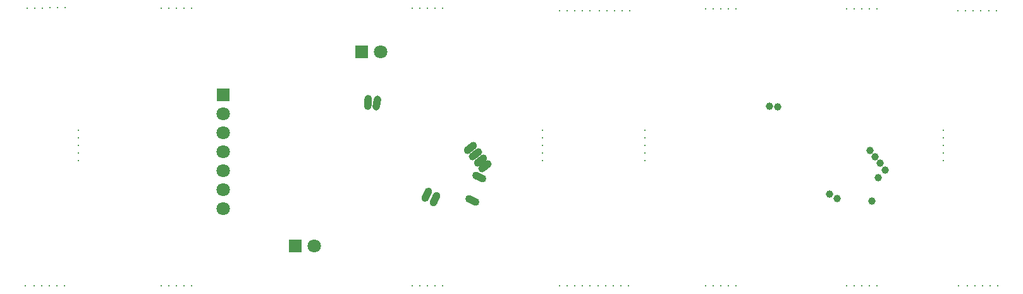
<source format=gbs>
G04*
G04 #@! TF.GenerationSoftware,Altium Limited,Altium Designer,22.6.1 (34)*
G04*
G04 Layer_Color=16711935*
%FSLAX44Y44*%
%MOMM*%
G71*
G04*
G04 #@! TF.SameCoordinates,55340204-0453-48C6-9AD9-4A0BB80BD5D4*
G04*
G04*
G04 #@! TF.FilePolarity,Negative*
G04*
G01*
G75*
%ADD36C,0.3032*%
%ADD37C,1.8032*%
%ADD38R,1.8032X1.8032*%
%ADD39R,1.8032X1.8032*%
G04:AMPARAMS|DCode=40|XSize=1.0032mm|YSize=2.0032mm|CornerRadius=0mm|HoleSize=0mm|Usage=FLASHONLY|Rotation=350.000|XOffset=0mm|YOffset=0mm|HoleType=Round|Shape=Round|*
%AMOVALD40*
21,1,1.0000,1.0032,0.0000,0.0000,80.0*
1,1,1.0032,-0.0868,-0.4924*
1,1,1.0032,0.0868,0.4924*
%
%ADD40OVALD40*%

G04:AMPARAMS|DCode=41|XSize=1.0032mm|YSize=2.0032mm|CornerRadius=0mm|HoleSize=0mm|Usage=FLASHONLY|Rotation=357.000|XOffset=0mm|YOffset=0mm|HoleType=Round|Shape=Round|*
%AMOVALD41*
21,1,1.0000,1.0032,0.0000,0.0000,87.0*
1,1,1.0032,-0.0262,-0.4993*
1,1,1.0032,0.0262,0.4993*
%
%ADD41OVALD41*%

G04:AMPARAMS|DCode=42|XSize=1.0032mm|YSize=2.0032mm|CornerRadius=0mm|HoleSize=0mm|Usage=FLASHONLY|Rotation=244.000|XOffset=0mm|YOffset=0mm|HoleType=Round|Shape=Round|*
%AMOVALD42*
21,1,1.0000,1.0032,0.0000,0.0000,334.0*
1,1,1.0032,-0.4494,0.2192*
1,1,1.0032,0.4494,-0.2192*
%
%ADD42OVALD42*%

G04:AMPARAMS|DCode=43|XSize=1.0032mm|YSize=2.0032mm|CornerRadius=0mm|HoleSize=0mm|Usage=FLASHONLY|Rotation=154.000|XOffset=0mm|YOffset=0mm|HoleType=Round|Shape=Round|*
%AMOVALD43*
21,1,1.0000,1.0032,0.0000,0.0000,244.0*
1,1,1.0032,0.2192,0.4494*
1,1,1.0032,-0.2192,-0.4494*
%
%ADD43OVALD43*%

G04:AMPARAMS|DCode=44|XSize=1.0032mm|YSize=2.0032mm|CornerRadius=0mm|HoleSize=0mm|Usage=FLASHONLY|Rotation=155.000|XOffset=0mm|YOffset=0mm|HoleType=Round|Shape=Round|*
%AMOVALD44*
21,1,1.0000,1.0032,0.0000,0.0000,245.0*
1,1,1.0032,0.2113,0.4532*
1,1,1.0032,-0.2113,-0.4532*
%
%ADD44OVALD44*%

G04:AMPARAMS|DCode=45|XSize=1.0032mm|YSize=2.0032mm|CornerRadius=0mm|HoleSize=0mm|Usage=FLASHONLY|Rotation=309.000|XOffset=0mm|YOffset=0mm|HoleType=Round|Shape=Round|*
%AMOVALD45*
21,1,1.0000,1.0032,0.0000,0.0000,39.0*
1,1,1.0032,-0.3886,-0.3147*
1,1,1.0032,0.3886,0.3147*
%
%ADD45OVALD45*%

G04:AMPARAMS|DCode=46|XSize=1.0032mm|YSize=2.0032mm|CornerRadius=0mm|HoleSize=0mm|Usage=FLASHONLY|Rotation=308.000|XOffset=0mm|YOffset=0mm|HoleType=Round|Shape=Round|*
%AMOVALD46*
21,1,1.0000,1.0032,0.0000,0.0000,38.0*
1,1,1.0032,-0.3940,-0.3078*
1,1,1.0032,0.3940,0.3078*
%
%ADD46OVALD46*%

G04:AMPARAMS|DCode=47|XSize=1.0032mm|YSize=2.0032mm|CornerRadius=0mm|HoleSize=0mm|Usage=FLASHONLY|Rotation=245.000|XOffset=0mm|YOffset=0mm|HoleType=Round|Shape=Round|*
%AMOVALD47*
21,1,1.0000,1.0032,0.0000,0.0000,335.0*
1,1,1.0032,-0.4532,0.2113*
1,1,1.0032,0.4532,-0.2113*
%
%ADD47OVALD47*%

%ADD48C,1.0032*%
D36*
X623570Y191770D02*
D03*
X633730Y191770D02*
D03*
X-654050Y195580D02*
D03*
X-633732Y195850D02*
D03*
X-643890Y195580D02*
D03*
X-623573Y195850D02*
D03*
X-613415D02*
D03*
X-664210Y195580D02*
D03*
X582930Y-176530D02*
D03*
X101600Y191770D02*
D03*
X121920Y191770D02*
D03*
X111760Y191770D02*
D03*
X132080D02*
D03*
X142240Y191770D02*
D03*
X48260Y191770D02*
D03*
X68580D02*
D03*
X58420Y191770D02*
D03*
X78740Y191770D02*
D03*
X88900Y191770D02*
D03*
X100330Y-176530D02*
D03*
X120650D02*
D03*
X110490D02*
D03*
X130810D02*
D03*
X140970D02*
D03*
X48260D02*
D03*
X68580D02*
D03*
X58420D02*
D03*
X78740D02*
D03*
X88900D02*
D03*
X635000D02*
D03*
X624840Y-176530D02*
D03*
X604520Y-176530D02*
D03*
X614680Y-176530D02*
D03*
X594360D02*
D03*
X-666747Y-176530D02*
D03*
X612140Y191770D02*
D03*
X591820Y191770D02*
D03*
X601980Y191770D02*
D03*
X581660Y191770D02*
D03*
X-614685Y-176530D02*
D03*
X-624843D02*
D03*
X-645160D02*
D03*
X-635002D02*
D03*
X-655319D02*
D03*
X-595630Y-8891D02*
D03*
X-595630Y11430D02*
D03*
X-595630Y1270D02*
D03*
X-595630Y21590D02*
D03*
X-595629Y31750D02*
D03*
X562610Y31751D02*
D03*
X562610Y11430D02*
D03*
X562610Y21590D02*
D03*
X562610Y1270D02*
D03*
X562609Y-8890D02*
D03*
X473711Y194310D02*
D03*
X453390Y194310D02*
D03*
X463550Y194310D02*
D03*
X443230Y194310D02*
D03*
X433070Y194310D02*
D03*
X284480Y194310D02*
D03*
X264160Y194310D02*
D03*
X274320Y194310D02*
D03*
X254000Y194310D02*
D03*
X243840Y194310D02*
D03*
X25400Y31750D02*
D03*
Y11430D02*
D03*
X25400Y21590D02*
D03*
X25400Y1270D02*
D03*
Y-8890D02*
D03*
X162560Y31750D02*
D03*
Y11430D02*
D03*
X162560Y21590D02*
D03*
X162560Y1270D02*
D03*
Y-8890D02*
D03*
X473710Y-176530D02*
D03*
X453390D02*
D03*
X463550D02*
D03*
X443230D02*
D03*
X433070D02*
D03*
X284480D02*
D03*
X264160D02*
D03*
X274320D02*
D03*
X254000D02*
D03*
X243840D02*
D03*
X-107950D02*
D03*
X-128270D02*
D03*
X-118110D02*
D03*
X-138430D02*
D03*
X-148590D02*
D03*
X-444500D02*
D03*
X-464820D02*
D03*
X-454660D02*
D03*
X-474980D02*
D03*
X-485140D02*
D03*
X-107950Y195580D02*
D03*
X-128270D02*
D03*
X-118110D02*
D03*
X-138430D02*
D03*
X-148590D02*
D03*
X-444500D02*
D03*
X-464820D02*
D03*
X-454660D02*
D03*
X-474980D02*
D03*
X-485140D02*
D03*
D37*
X-280190Y-122720D02*
D03*
X-402191Y53580D02*
D03*
Y28180D02*
D03*
Y2780D02*
D03*
Y-22620D02*
D03*
Y-48020D02*
D03*
Y-73420D02*
D03*
X-191490Y136780D02*
D03*
D38*
X-305590Y-122720D02*
D03*
X-216890Y136780D02*
D03*
D39*
X-402191Y78980D02*
D03*
D40*
X-196369Y68334D02*
D03*
D41*
X-207833Y69276D02*
D03*
D42*
X-68394Y-62135D02*
D03*
D43*
X-129005Y-54516D02*
D03*
D44*
X-118458Y-60039D02*
D03*
D45*
X-70659Y8468D02*
D03*
X-57659Y-8532D02*
D03*
D46*
X-64226Y-73D02*
D03*
X-51226Y-16673D02*
D03*
D47*
X-59371Y-30988D02*
D03*
D48*
X470570Y-4050D02*
D03*
X484070Y-21250D02*
D03*
X464070Y4750D02*
D03*
X409870Y-54050D02*
D03*
X420370Y-59550D02*
D03*
X340670Y63150D02*
D03*
X475470Y-31950D02*
D03*
X466470Y-63050D02*
D03*
X477370Y-12550D02*
D03*
X329570Y64050D02*
D03*
M02*

</source>
